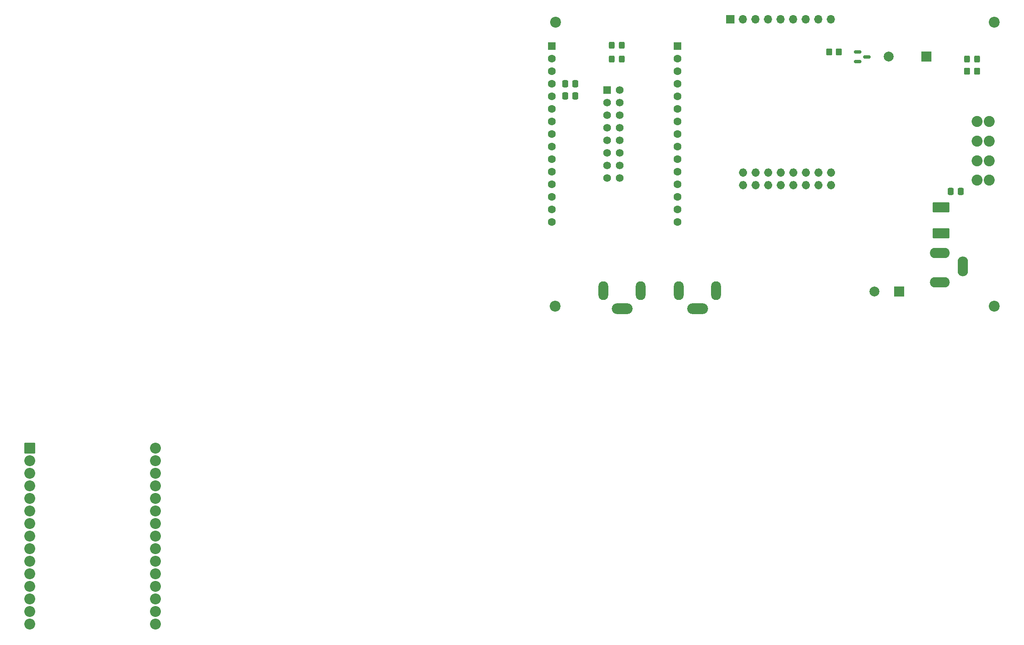
<source format=gbr>
%TF.GenerationSoftware,KiCad,Pcbnew,9.0.0*%
%TF.CreationDate,2025-04-30T10:49:43-04:00*%
%TF.ProjectId,W4MLB_Band_Display_V2,57344d4c-425f-4426-916e-645f44697370,1.0*%
%TF.SameCoordinates,Original*%
%TF.FileFunction,Soldermask,Top*%
%TF.FilePolarity,Negative*%
%FSLAX46Y46*%
G04 Gerber Fmt 4.6, Leading zero omitted, Abs format (unit mm)*
G04 Created by KiCad (PCBNEW 9.0.0) date 2025-04-30 10:49:43*
%MOMM*%
%LPD*%
G01*
G04 APERTURE LIST*
G04 Aperture macros list*
%AMRoundRect*
0 Rectangle with rounded corners*
0 $1 Rounding radius*
0 $2 $3 $4 $5 $6 $7 $8 $9 X,Y pos of 4 corners*
0 Add a 4 corners polygon primitive as box body*
4,1,4,$2,$3,$4,$5,$6,$7,$8,$9,$2,$3,0*
0 Add four circle primitives for the rounded corners*
1,1,$1+$1,$2,$3*
1,1,$1+$1,$4,$5*
1,1,$1+$1,$6,$7*
1,1,$1+$1,$8,$9*
0 Add four rect primitives between the rounded corners*
20,1,$1+$1,$2,$3,$4,$5,0*
20,1,$1+$1,$4,$5,$6,$7,0*
20,1,$1+$1,$6,$7,$8,$9,0*
20,1,$1+$1,$8,$9,$2,$3,0*%
G04 Aperture macros list end*
%ADD10C,0.860984*%
%ADD11RoundRect,0.250000X-0.350000X-0.450000X0.350000X-0.450000X0.350000X0.450000X-0.350000X0.450000X0*%
%ADD12C,2.200000*%
%ADD13R,2.000000X2.000000*%
%ADD14C,2.000000*%
%ADD15RoundRect,0.250000X-0.337500X-0.475000X0.337500X-0.475000X0.337500X0.475000X-0.337500X0.475000X0*%
%ADD16RoundRect,0.250000X0.325000X0.450000X-0.325000X0.450000X-0.325000X-0.450000X0.325000X-0.450000X0*%
%ADD17O,4.204000X2.204000*%
%ADD18O,2.004000X3.804000*%
%ADD19RoundRect,0.102000X-0.695000X0.695000X-0.695000X-0.695000X0.695000X-0.695000X0.695000X0.695000X0*%
%ADD20C,1.594000*%
%ADD21RoundRect,0.150000X-0.587500X-0.150000X0.587500X-0.150000X0.587500X0.150000X-0.587500X0.150000X0*%
%ADD22O,4.004000X2.104000*%
%ADD23O,2.104000X4.004000*%
%ADD24R,1.700000X1.700000*%
%ADD25O,1.700000X1.700000*%
%ADD26RoundRect,0.102000X-1.000000X-1.000000X1.000000X-1.000000X1.000000X1.000000X-1.000000X1.000000X0*%
%ADD27C,2.204000*%
%ADD28RoundRect,0.102000X1.575000X-0.890000X1.575000X0.890000X-1.575000X0.890000X-1.575000X-0.890000X0*%
%ADD29RoundRect,0.102000X0.685000X-0.685000X0.685000X0.685000X-0.685000X0.685000X-0.685000X-0.685000X0*%
%ADD30C,1.574000*%
%ADD31C,2.223300*%
G04 APERTURE END LIST*
%TO.C,J4*%
D10*
X160900492Y-97460000D02*
G75*
G02*
X160039508Y-97460000I-430492J0D01*
G01*
X160039508Y-97460000D02*
G75*
G02*
X160900492Y-97460000I430492J0D01*
G01*
X160900492Y-100000000D02*
G75*
G02*
X160039508Y-100000000I-430492J0D01*
G01*
X160039508Y-100000000D02*
G75*
G02*
X160900492Y-100000000I430492J0D01*
G01*
X163440492Y-97460000D02*
G75*
G02*
X162579508Y-97460000I-430492J0D01*
G01*
X162579508Y-97460000D02*
G75*
G02*
X163440492Y-97460000I430492J0D01*
G01*
X163440492Y-100000000D02*
G75*
G02*
X162579508Y-100000000I-430492J0D01*
G01*
X162579508Y-100000000D02*
G75*
G02*
X163440492Y-100000000I430492J0D01*
G01*
X165980492Y-97460000D02*
G75*
G02*
X165119508Y-97460000I-430492J0D01*
G01*
X165119508Y-97460000D02*
G75*
G02*
X165980492Y-97460000I430492J0D01*
G01*
X165980492Y-100000000D02*
G75*
G02*
X165119508Y-100000000I-430492J0D01*
G01*
X165119508Y-100000000D02*
G75*
G02*
X165980492Y-100000000I430492J0D01*
G01*
X168520492Y-97460000D02*
G75*
G02*
X167659508Y-97460000I-430492J0D01*
G01*
X167659508Y-97460000D02*
G75*
G02*
X168520492Y-97460000I430492J0D01*
G01*
X168520492Y-100000000D02*
G75*
G02*
X167659508Y-100000000I-430492J0D01*
G01*
X167659508Y-100000000D02*
G75*
G02*
X168520492Y-100000000I430492J0D01*
G01*
X171060492Y-97460000D02*
G75*
G02*
X170199508Y-97460000I-430492J0D01*
G01*
X170199508Y-97460000D02*
G75*
G02*
X171060492Y-97460000I430492J0D01*
G01*
X171060492Y-100000000D02*
G75*
G02*
X170199508Y-100000000I-430492J0D01*
G01*
X170199508Y-100000000D02*
G75*
G02*
X171060492Y-100000000I430492J0D01*
G01*
X173600492Y-97460000D02*
G75*
G02*
X172739508Y-97460000I-430492J0D01*
G01*
X172739508Y-97460000D02*
G75*
G02*
X173600492Y-97460000I430492J0D01*
G01*
X173600492Y-100000000D02*
G75*
G02*
X172739508Y-100000000I-430492J0D01*
G01*
X172739508Y-100000000D02*
G75*
G02*
X173600492Y-100000000I430492J0D01*
G01*
X176140492Y-97460000D02*
G75*
G02*
X175279508Y-97460000I-430492J0D01*
G01*
X175279508Y-97460000D02*
G75*
G02*
X176140492Y-97460000I430492J0D01*
G01*
X176140492Y-100000000D02*
G75*
G02*
X175279508Y-100000000I-430492J0D01*
G01*
X175279508Y-100000000D02*
G75*
G02*
X176140492Y-100000000I430492J0D01*
G01*
X178680492Y-97460000D02*
G75*
G02*
X177819508Y-97460000I-430492J0D01*
G01*
X177819508Y-97460000D02*
G75*
G02*
X178680492Y-97460000I430492J0D01*
G01*
X178680492Y-100000000D02*
G75*
G02*
X177819508Y-100000000I-430492J0D01*
G01*
X177819508Y-100000000D02*
G75*
G02*
X178680492Y-100000000I430492J0D01*
G01*
%TD*%
D11*
%TO.C,R2*%
X177862500Y-73100000D03*
X179862500Y-73100000D03*
%TD*%
D12*
%TO.C,MH1*%
X122565534Y-67065534D03*
%TD*%
D13*
%TO.C,BZ1*%
X197500000Y-74000000D03*
D14*
X189900000Y-74000000D03*
%TD*%
D15*
%TO.C,C1*%
X202425000Y-101250000D03*
X204500000Y-101250000D03*
%TD*%
D12*
%TO.C,MH4*%
X211264466Y-124464466D03*
%TD*%
D11*
%TO.C,R1*%
X205750000Y-77000000D03*
X207750000Y-77000000D03*
%TD*%
D16*
%TO.C,D1*%
X136000000Y-71750000D03*
X133950000Y-71750000D03*
%TD*%
D12*
%TO.C,MH2*%
X211264466Y-67035534D03*
%TD*%
D17*
%TO.C,J6*%
X151267500Y-125000000D03*
D18*
X147517500Y-121300000D03*
X155017500Y-121300000D03*
%TD*%
D19*
%TO.C,J2*%
X147230000Y-71860000D03*
D20*
X147230000Y-74400000D03*
X147230000Y-76940000D03*
X147230000Y-79480000D03*
X147230000Y-82020000D03*
X147230000Y-84560000D03*
X147230000Y-87100000D03*
X147230000Y-89640000D03*
X147230000Y-92180000D03*
X147230000Y-94720000D03*
X147230000Y-97260000D03*
X147230000Y-99800000D03*
X147230000Y-102340000D03*
X147230000Y-104880000D03*
X147230000Y-107420000D03*
%TD*%
D21*
%TO.C,Q1*%
X183625000Y-73100000D03*
X183625000Y-75000000D03*
X185500000Y-74050000D03*
%TD*%
D16*
%TO.C,D3*%
X207750000Y-74500000D03*
X205700000Y-74500000D03*
%TD*%
D22*
%TO.C,J8*%
X200200000Y-113737500D03*
X200200000Y-119667500D03*
D23*
X204850000Y-116417500D03*
%TD*%
D24*
%TO.C,J9*%
X157930000Y-66500000D03*
D25*
X160470000Y-66500000D03*
X163010000Y-66500000D03*
X165550000Y-66500000D03*
X168090000Y-66500000D03*
X170630000Y-66500000D03*
X173170000Y-66500000D03*
X175710000Y-66500000D03*
X178250000Y-66500000D03*
%TD*%
D12*
%TO.C,MH3*%
X122535534Y-124464466D03*
%TD*%
D17*
%TO.C,J5*%
X136017500Y-125000000D03*
D18*
X132267500Y-121300000D03*
X139767500Y-121300000D03*
%TD*%
D26*
%TO.C,U1*%
X16350000Y-153190000D03*
D27*
X16350000Y-155730000D03*
X16350000Y-158270000D03*
X16350000Y-160810000D03*
X16350000Y-163350000D03*
X16350000Y-165890000D03*
X16350000Y-168430000D03*
X16350000Y-170970000D03*
X16350000Y-173510000D03*
X16350000Y-176050000D03*
X16350000Y-178590000D03*
X16350000Y-181130000D03*
X16350000Y-183670000D03*
X16350000Y-186210000D03*
X16350000Y-188750000D03*
X41750000Y-188750000D03*
X41750000Y-186210000D03*
X41750000Y-183670000D03*
X41750000Y-181130000D03*
X41750000Y-178590000D03*
X41750000Y-176050000D03*
X41750000Y-173510000D03*
X41750000Y-170970000D03*
X41750000Y-168430000D03*
X41750000Y-165890000D03*
X41750000Y-163350000D03*
X41750000Y-160810000D03*
X41750000Y-158270000D03*
X41750000Y-155730000D03*
X41750000Y-153190000D03*
%TD*%
D28*
%TO.C,F1*%
X200500000Y-109750000D03*
X200500000Y-104520000D03*
%TD*%
D16*
%TO.C,D2*%
X136000000Y-74500000D03*
X133950000Y-74500000D03*
%TD*%
D13*
%TO.C,C2*%
X192000000Y-121500000D03*
D14*
X187000000Y-121500000D03*
%TD*%
D15*
%TO.C,C3*%
X124500000Y-82000000D03*
X126575000Y-82000000D03*
%TD*%
%TO.C,C4*%
X124500000Y-79500000D03*
X126575000Y-79500000D03*
%TD*%
D19*
%TO.C,J1*%
X121830000Y-71860000D03*
D20*
X121830000Y-74400000D03*
X121830000Y-76940000D03*
X121830000Y-79480000D03*
X121830000Y-82020000D03*
X121830000Y-84560000D03*
X121830000Y-87100000D03*
X121830000Y-89640000D03*
X121830000Y-92180000D03*
X121830000Y-94720000D03*
X121830000Y-97260000D03*
X121830000Y-99800000D03*
X121830000Y-102340000D03*
X121830000Y-104880000D03*
X121830000Y-107420000D03*
%TD*%
D29*
%TO.C,J3*%
X133010000Y-80802500D03*
D30*
X135550000Y-80802500D03*
X133010000Y-83342500D03*
X135550000Y-83342500D03*
X133010000Y-85882500D03*
X135550000Y-85882500D03*
X133010000Y-88422500D03*
X135550000Y-88422500D03*
X133010000Y-90962500D03*
X135550000Y-90962500D03*
X133010000Y-93502500D03*
X135550000Y-93502500D03*
X133010000Y-96042500D03*
X135550000Y-96042500D03*
X133010000Y-98582500D03*
X135550000Y-98582500D03*
%TD*%
D31*
%TO.C,J7*%
X210200000Y-87130000D03*
X207740000Y-87130000D03*
X210200000Y-91090000D03*
X207740000Y-91090000D03*
X210200000Y-95050000D03*
X207740000Y-95050000D03*
X210200000Y-99010000D03*
X207740000Y-99010000D03*
%TD*%
M02*

</source>
